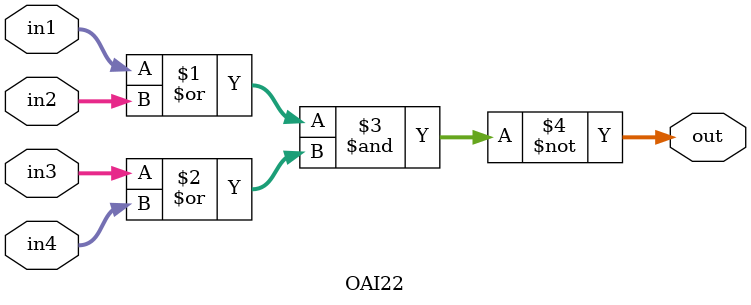
<source format=sv>
/** Complex gate OR-AND-Invertor
 *
 *
 *
 *  in1 ----------+--\
 *                )OR +----+
 *  in2 ----------+--/|    |
 *                    |NAND|o-----
 *  in3 ----------+--\|    |
 *                )OR +----+
 *  in4 ----------+--/
 *
 */

module OAI22 #(
    parameter WIDTH = 8
)(
    input  wire [WIDTH-1:0] in1,
    input  wire [WIDTH-1:0] in2,
    input  wire [WIDTH-1:0] in3,
    input  wire [WIDTH-1:0] in4,
    output wire [WIDTH-1:0] out
);

assign out = ~((in1 | in2) & (in3 | in4));

endmodule

</source>
